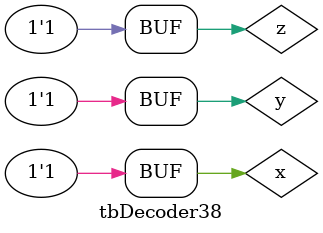
<source format=v>
/*
Homework 1: Question 3 -> Part C
Coded By Parsa Youefi Nejad
*/
module tbDecoder38;

    reg x, y, z;
    wire [7:0] D;
    Decoder38 u0(x, y, ~z, D);
    initial begin
        $display("3to8 Decoder using 2to4 decoders\n**Parsa Yousefi Nejad**");
        $display("z\ty\tx|\t\tD7\tD6\tD5\tD4\tD3\tD2\tD1\tD0");
        $display("----------------------------------------------------------------------------------------------------");
        $monitor("%b\t%b\t%b|\t\t%b\t%b\t%b\t%b\t%b\t%b\t%b\t%b",z, y, x, D[7],D[6],D[5],D[4],D[3],D[2],D[1],D[0]);
              z = 0; y = 0; x = 0;
        #5    z = 0; y = 0; x = 1;
        #5    z = 0; y = 1; x = 0;
        #5    z = 0; y = 1; x = 1;
        #5    z = 1; y = 0; x = 0;
        #5    z = 1; y = 0; x = 1;
        #5    z = 1; y = 1; x = 0;
        #5    z = 1; y = 1; x = 1;
    end
endmodule
</source>
